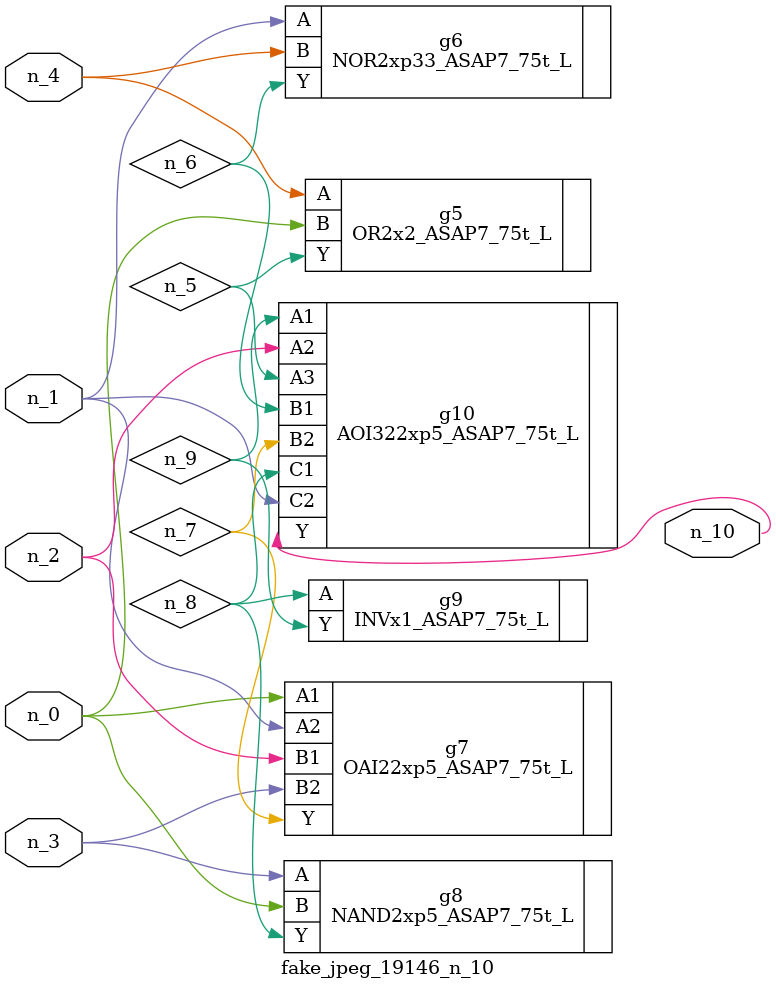
<source format=v>
module fake_jpeg_19146_n_10 (n_3, n_2, n_1, n_0, n_4, n_10);

input n_3;
input n_2;
input n_1;
input n_0;
input n_4;

output n_10;

wire n_8;
wire n_9;
wire n_6;
wire n_5;
wire n_7;

OR2x2_ASAP7_75t_L g5 ( 
.A(n_4),
.B(n_0),
.Y(n_5)
);

NOR2xp33_ASAP7_75t_L g6 ( 
.A(n_1),
.B(n_4),
.Y(n_6)
);

OAI22xp5_ASAP7_75t_L g7 ( 
.A1(n_0),
.A2(n_1),
.B1(n_2),
.B2(n_3),
.Y(n_7)
);

NAND2xp5_ASAP7_75t_L g8 ( 
.A(n_3),
.B(n_0),
.Y(n_8)
);

INVx1_ASAP7_75t_L g9 ( 
.A(n_8),
.Y(n_9)
);

AOI322xp5_ASAP7_75t_L g10 ( 
.A1(n_9),
.A2(n_2),
.A3(n_5),
.B1(n_6),
.B2(n_7),
.C1(n_8),
.C2(n_1),
.Y(n_10)
);


endmodule
</source>
